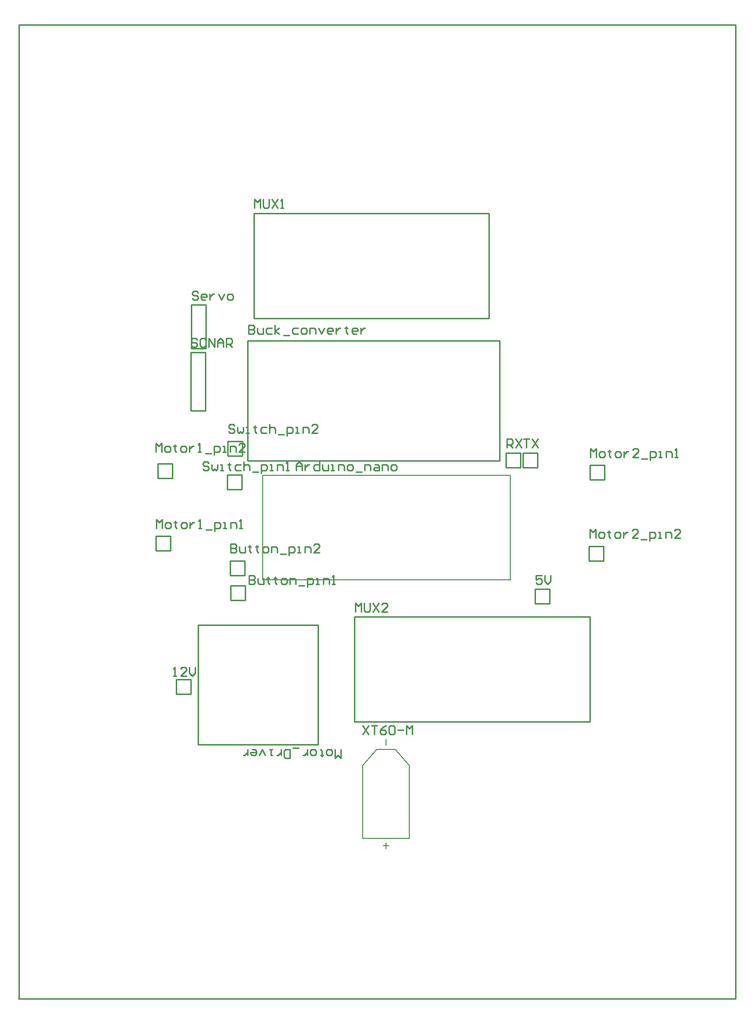
<source format=gto>
G04*
G04 #@! TF.GenerationSoftware,Altium Limited,Altium Designer,24.8.2 (39)*
G04*
G04 Layer_Color=65535*
%FSLAX44Y44*%
%MOMM*%
G71*
G04*
G04 #@! TF.SameCoordinates,A64931F2-2A1F-4A1D-9477-064251C997AC*
G04*
G04*
G04 #@! TF.FilePolarity,Positive*
G04*
G01*
G75*
%ADD10C,0.2540*%
%ADD11C,0.1270*%
D10*
X4301490Y342900D02*
Y739775D01*
X3051637Y342900D02*
X4301490D01*
X4301490Y2039620D02*
X4301490Y1571625D01*
X3051810Y2039620D02*
X4301490D01*
X3051810Y1860074D02*
Y2039620D01*
Y1598295D02*
Y1860074D01*
X3051637Y342900D02*
X3051810Y345441D01*
X3051810Y1598295D02*
X3051810Y345441D01*
X4301490Y1571625D02*
X4301490Y739775D01*
X3421380Y1037590D02*
Y1062990D01*
X3446780D01*
Y1037590D02*
Y1062990D01*
X3421380Y1037590D02*
X3446780D01*
X3294380Y1249680D02*
X3319780D01*
Y1275080D01*
X3294380D02*
X3319780D01*
X3294380Y1249680D02*
Y1275080D01*
X3415030Y1230630D02*
X3440430D01*
Y1256030D01*
X3415030D02*
X3440430D01*
X3415030Y1230630D02*
Y1256030D01*
X3326130Y873760D02*
Y899160D01*
Y873760D02*
X3351530D01*
Y899160D01*
X3326130D02*
X3351530D01*
X3637280Y825500D02*
X4047490D01*
Y1008380D01*
X3637280D02*
X4047490D01*
X3637280Y825500D02*
Y1008380D01*
X3451190Y1280160D02*
X3890610D01*
Y1489710D01*
X3451190D02*
X3890610D01*
X3451190Y1280160D02*
Y1489710D01*
X3364230Y786260D02*
Y994540D01*
X3573780D01*
Y786260D02*
Y994540D01*
X3364230Y786260D02*
X3573780D01*
X3461443Y1711611D02*
X3871653D01*
X3461443Y1528730D02*
Y1711611D01*
Y1528730D02*
X3871653D01*
Y1711611D01*
X3952240Y1056640D02*
X3977640D01*
Y1031240D02*
Y1056640D01*
X3952240Y1031240D02*
X3977640D01*
X3952240D02*
Y1056640D01*
X3416300Y1289050D02*
Y1314450D01*
X3441700D01*
Y1289050D02*
Y1314450D01*
X3416300Y1289050D02*
X3441700D01*
X3420110Y1080770D02*
Y1106170D01*
X3445510D01*
Y1080770D02*
Y1106170D01*
X3420110Y1080770D02*
X3445510D01*
X3290730Y1123396D02*
Y1148796D01*
X3316130D01*
Y1123396D02*
Y1148796D01*
X3290730Y1123396D02*
X3316130D01*
X4046220Y1106170D02*
Y1131570D01*
X4071620D01*
Y1106170D02*
Y1131570D01*
X4046220Y1106170D02*
X4071620D01*
X4047490Y1247140D02*
Y1272540D01*
X4072890D01*
Y1247140D02*
Y1272540D01*
X4047490Y1247140D02*
X4072890D01*
X3930650Y1294130D02*
X3956050D01*
Y1268730D02*
Y1294130D01*
X3930650Y1268730D02*
X3956050D01*
X3930650D02*
Y1294130D01*
X3901440D02*
X3926840D01*
Y1268730D02*
Y1294130D01*
X3901440Y1268730D02*
X3926840D01*
X3901440D02*
Y1294130D01*
X3352800Y1475740D02*
X3378200D01*
X3352800D02*
Y1551940D01*
X3378200D01*
Y1475740D02*
Y1551940D01*
X3376930Y1367790D02*
Y1469390D01*
X3351530Y1367790D02*
X3376930D01*
X3351530D02*
Y1469390D01*
X3376930D01*
X3321056Y905512D02*
X3326135D01*
X3323595D01*
Y920748D01*
X3321056Y918208D01*
X3343909Y905512D02*
X3333752D01*
X3343909Y915669D01*
Y918208D01*
X3341370Y920748D01*
X3336291D01*
X3333752Y918208D01*
X3348987Y920748D02*
Y910591D01*
X3354066Y905512D01*
X3359144Y910591D01*
Y920748D01*
X3963667Y1080765D02*
X3953510D01*
Y1073148D01*
X3958588Y1075687D01*
X3961128D01*
X3963667Y1073148D01*
Y1068069D01*
X3961128Y1065530D01*
X3956049D01*
X3953510Y1068069D01*
X3968745Y1080765D02*
Y1070608D01*
X3973824Y1065530D01*
X3978902Y1070608D01*
Y1080765D01*
X3638550Y1017270D02*
Y1032505D01*
X3643628Y1027427D01*
X3648707Y1032505D01*
Y1017270D01*
X3653785Y1032505D02*
Y1019809D01*
X3656324Y1017270D01*
X3661403D01*
X3663942Y1019809D01*
Y1032505D01*
X3669020D02*
X3679177Y1017270D01*
Y1032505D02*
X3669020Y1017270D01*
X3694412D02*
X3684255D01*
X3694412Y1027427D01*
Y1029966D01*
X3691873Y1032505D01*
X3686794D01*
X3684255Y1029966D01*
X3462782Y1720596D02*
Y1735831D01*
X3467860Y1730753D01*
X3472939Y1735831D01*
Y1720596D01*
X3478017Y1735831D02*
Y1723135D01*
X3480556Y1720596D01*
X3485634D01*
X3488174Y1723135D01*
Y1735831D01*
X3493252D02*
X3503409Y1720596D01*
Y1735831D02*
X3493252Y1720596D01*
X3508487D02*
X3513566D01*
X3511026D01*
Y1735831D01*
X3508487Y1733292D01*
X3427727Y1341116D02*
X3425187Y1343655D01*
X3420109D01*
X3417570Y1341116D01*
Y1338577D01*
X3420109Y1336037D01*
X3425187D01*
X3427727Y1333498D01*
Y1330959D01*
X3425187Y1328420D01*
X3420109D01*
X3417570Y1330959D01*
X3432805Y1338577D02*
Y1330959D01*
X3435344Y1328420D01*
X3437883Y1330959D01*
X3440423Y1328420D01*
X3442962Y1330959D01*
Y1338577D01*
X3448040Y1328420D02*
X3453119D01*
X3450579D01*
Y1338577D01*
X3448040D01*
X3463275Y1341116D02*
Y1338577D01*
X3460736D01*
X3465815D01*
X3463275D01*
Y1330959D01*
X3465815Y1328420D01*
X3483589Y1338577D02*
X3475971D01*
X3473432Y1336037D01*
Y1330959D01*
X3475971Y1328420D01*
X3483589D01*
X3488667Y1343655D02*
Y1328420D01*
Y1336037D01*
X3491206Y1338577D01*
X3496284D01*
X3498824Y1336037D01*
Y1328420D01*
X3503902Y1325881D02*
X3514059D01*
X3519137Y1323342D02*
Y1338577D01*
X3526755D01*
X3529294Y1336037D01*
Y1330959D01*
X3526755Y1328420D01*
X3519137D01*
X3534372D02*
X3539451D01*
X3536911D01*
Y1338577D01*
X3534372D01*
X3547068Y1328420D02*
Y1338577D01*
X3554686D01*
X3557225Y1336037D01*
Y1328420D01*
X3572460D02*
X3562303D01*
X3572460Y1338577D01*
Y1341116D01*
X3569921Y1343655D01*
X3564842D01*
X3562303Y1341116D01*
X3383301Y1276348D02*
X3380762Y1278887D01*
X3375683D01*
X3373144Y1276348D01*
Y1273808D01*
X3375683Y1271269D01*
X3380762D01*
X3383301Y1268730D01*
Y1266191D01*
X3380762Y1263652D01*
X3375683D01*
X3373144Y1266191D01*
X3388379Y1273808D02*
Y1266191D01*
X3390919Y1263652D01*
X3393458Y1266191D01*
X3395997Y1263652D01*
X3398536Y1266191D01*
Y1273808D01*
X3403615Y1263652D02*
X3408693D01*
X3406154D01*
Y1273808D01*
X3403615D01*
X3418849Y1276348D02*
Y1273808D01*
X3416310D01*
X3421389D01*
X3418849D01*
Y1266191D01*
X3421389Y1263652D01*
X3439163Y1273808D02*
X3431545D01*
X3429006Y1271269D01*
Y1266191D01*
X3431545Y1263652D01*
X3439163D01*
X3444241Y1278887D02*
Y1263652D01*
Y1271269D01*
X3446780Y1273808D01*
X3451859D01*
X3454398Y1271269D01*
Y1263652D01*
X3459476Y1261113D02*
X3469633D01*
X3474711Y1258573D02*
Y1273808D01*
X3482329D01*
X3484868Y1271269D01*
Y1266191D01*
X3482329Y1263652D01*
X3474711D01*
X3489947D02*
X3495025D01*
X3492486D01*
Y1273808D01*
X3489947D01*
X3502642Y1263652D02*
Y1273808D01*
X3510260D01*
X3512799Y1271269D01*
Y1263652D01*
X3517878D02*
X3522956D01*
X3520417D01*
Y1278887D01*
X3517878Y1276348D01*
X3421380Y1135375D02*
Y1120140D01*
X3428997D01*
X3431537Y1122679D01*
Y1125218D01*
X3428997Y1127757D01*
X3421380D01*
X3428997D01*
X3431537Y1130297D01*
Y1132836D01*
X3428997Y1135375D01*
X3421380D01*
X3436615Y1130297D02*
Y1122679D01*
X3439154Y1120140D01*
X3446772D01*
Y1130297D01*
X3454389Y1132836D02*
Y1130297D01*
X3451850D01*
X3456928D01*
X3454389D01*
Y1122679D01*
X3456928Y1120140D01*
X3467085Y1132836D02*
Y1130297D01*
X3464546D01*
X3469624D01*
X3467085D01*
Y1122679D01*
X3469624Y1120140D01*
X3479781D02*
X3484860D01*
X3487399Y1122679D01*
Y1127757D01*
X3484860Y1130297D01*
X3479781D01*
X3477242Y1127757D01*
Y1122679D01*
X3479781Y1120140D01*
X3492477D02*
Y1130297D01*
X3500095D01*
X3502634Y1127757D01*
Y1120140D01*
X3507712Y1117601D02*
X3517869D01*
X3522947Y1115062D02*
Y1130297D01*
X3530565D01*
X3533104Y1127757D01*
Y1122679D01*
X3530565Y1120140D01*
X3522947D01*
X3538182D02*
X3543260D01*
X3540721D01*
Y1130297D01*
X3538182D01*
X3550878Y1120140D02*
Y1130297D01*
X3558495D01*
X3561035Y1127757D01*
Y1120140D01*
X3576270D02*
X3566113D01*
X3576270Y1130297D01*
Y1132836D01*
X3573731Y1135375D01*
X3568652D01*
X3566113Y1132836D01*
X3453154Y1080767D02*
Y1065532D01*
X3460772D01*
X3463311Y1068071D01*
Y1070610D01*
X3460772Y1073149D01*
X3453154D01*
X3460772D01*
X3463311Y1075688D01*
Y1078227D01*
X3460772Y1080767D01*
X3453154D01*
X3468389Y1075688D02*
Y1068071D01*
X3470929Y1065532D01*
X3478546D01*
Y1075688D01*
X3486164Y1078227D02*
Y1075688D01*
X3483624D01*
X3488703D01*
X3486164D01*
Y1068071D01*
X3488703Y1065532D01*
X3498860Y1078227D02*
Y1075688D01*
X3496320D01*
X3501399D01*
X3498860D01*
Y1068071D01*
X3501399Y1065532D01*
X3511555D02*
X3516634D01*
X3519173Y1068071D01*
Y1073149D01*
X3516634Y1075688D01*
X3511555D01*
X3509016Y1073149D01*
Y1068071D01*
X3511555Y1065532D01*
X3524251D02*
Y1075688D01*
X3531869D01*
X3534408Y1073149D01*
Y1065532D01*
X3539486Y1062992D02*
X3549643D01*
X3554721Y1060453D02*
Y1075688D01*
X3562339D01*
X3564878Y1073149D01*
Y1068071D01*
X3562339Y1065532D01*
X3554721D01*
X3569956D02*
X3575035D01*
X3572496D01*
Y1075688D01*
X3569956D01*
X3582652Y1065532D02*
Y1075688D01*
X3590270D01*
X3592809Y1073149D01*
Y1065532D01*
X3597887D02*
X3602966D01*
X3600427D01*
Y1080767D01*
X3597887Y1078227D01*
X4047490Y1145540D02*
Y1160775D01*
X4052568Y1155697D01*
X4057647Y1160775D01*
Y1145540D01*
X4065264D02*
X4070343D01*
X4072882Y1148079D01*
Y1153158D01*
X4070343Y1155697D01*
X4065264D01*
X4062725Y1153158D01*
Y1148079D01*
X4065264Y1145540D01*
X4080499Y1158236D02*
Y1155697D01*
X4077960D01*
X4083039D01*
X4080499D01*
Y1148079D01*
X4083039Y1145540D01*
X4093195D02*
X4098274D01*
X4100813Y1148079D01*
Y1153158D01*
X4098274Y1155697D01*
X4093195D01*
X4090656Y1153158D01*
Y1148079D01*
X4093195Y1145540D01*
X4105891Y1155697D02*
Y1145540D01*
Y1150618D01*
X4108430Y1153158D01*
X4110970Y1155697D01*
X4113509D01*
X4131283Y1145540D02*
X4121126D01*
X4131283Y1155697D01*
Y1158236D01*
X4128744Y1160775D01*
X4123665D01*
X4121126Y1158236D01*
X4136361Y1143001D02*
X4146518D01*
X4151596Y1140462D02*
Y1155697D01*
X4159214D01*
X4161753Y1153158D01*
Y1148079D01*
X4159214Y1145540D01*
X4151596D01*
X4166831D02*
X4171910D01*
X4169371D01*
Y1155697D01*
X4166831D01*
X4179527Y1145540D02*
Y1155697D01*
X4187145D01*
X4189684Y1153158D01*
Y1145540D01*
X4204919D02*
X4194762D01*
X4204919Y1155697D01*
Y1158236D01*
X4202380Y1160775D01*
X4197302D01*
X4194762Y1158236D01*
X4048760Y1286510D02*
Y1301745D01*
X4053838Y1296667D01*
X4058917Y1301745D01*
Y1286510D01*
X4066534D02*
X4071613D01*
X4074152Y1289049D01*
Y1294128D01*
X4071613Y1296667D01*
X4066534D01*
X4063995Y1294128D01*
Y1289049D01*
X4066534Y1286510D01*
X4081769Y1299206D02*
Y1296667D01*
X4079230D01*
X4084308D01*
X4081769D01*
Y1289049D01*
X4084308Y1286510D01*
X4094465D02*
X4099543D01*
X4102083Y1289049D01*
Y1294128D01*
X4099543Y1296667D01*
X4094465D01*
X4091926Y1294128D01*
Y1289049D01*
X4094465Y1286510D01*
X4107161Y1296667D02*
Y1286510D01*
Y1291588D01*
X4109700Y1294128D01*
X4112239Y1296667D01*
X4114779D01*
X4132553Y1286510D02*
X4122396D01*
X4132553Y1296667D01*
Y1299206D01*
X4130014Y1301745D01*
X4124935D01*
X4122396Y1299206D01*
X4137631Y1283971D02*
X4147788D01*
X4152866Y1281432D02*
Y1296667D01*
X4160484D01*
X4163023Y1294128D01*
Y1289049D01*
X4160484Y1286510D01*
X4152866D01*
X4168102D02*
X4173180D01*
X4170641D01*
Y1296667D01*
X4168102D01*
X4180797Y1286510D02*
Y1296667D01*
X4188415D01*
X4190954Y1294128D01*
Y1286510D01*
X4196032D02*
X4201111D01*
X4198571D01*
Y1301745D01*
X4196032Y1299206D01*
X3290595Y1295402D02*
Y1310637D01*
X3295674Y1305558D01*
X3300752Y1310637D01*
Y1295402D01*
X3308369D02*
X3313448D01*
X3315987Y1297941D01*
Y1303019D01*
X3313448Y1305558D01*
X3308369D01*
X3305830Y1303019D01*
Y1297941D01*
X3308369Y1295402D01*
X3323604Y1308098D02*
Y1305558D01*
X3321065D01*
X3326143D01*
X3323604D01*
Y1297941D01*
X3326143Y1295402D01*
X3336300D02*
X3341378D01*
X3343918Y1297941D01*
Y1303019D01*
X3341378Y1305558D01*
X3336300D01*
X3333761Y1303019D01*
Y1297941D01*
X3336300Y1295402D01*
X3348996Y1305558D02*
Y1295402D01*
Y1300480D01*
X3351535Y1303019D01*
X3354074Y1305558D01*
X3356614D01*
X3364231Y1295402D02*
X3369310D01*
X3366770D01*
Y1310637D01*
X3364231Y1308098D01*
X3376927Y1292863D02*
X3387084D01*
X3392162Y1290323D02*
Y1305558D01*
X3399780D01*
X3402319Y1303019D01*
Y1297941D01*
X3399780Y1295402D01*
X3392162D01*
X3407397D02*
X3412476D01*
X3409937D01*
Y1305558D01*
X3407397D01*
X3420093Y1295402D02*
Y1305558D01*
X3427711D01*
X3430250Y1303019D01*
Y1295402D01*
X3445485D02*
X3435328D01*
X3445485Y1305558D01*
Y1308098D01*
X3442946Y1310637D01*
X3437867D01*
X3435328Y1308098D01*
X3292094Y1162812D02*
Y1178047D01*
X3297172Y1172969D01*
X3302251Y1178047D01*
Y1162812D01*
X3309868D02*
X3314947D01*
X3317486Y1165351D01*
Y1170430D01*
X3314947Y1172969D01*
X3309868D01*
X3307329Y1170430D01*
Y1165351D01*
X3309868Y1162812D01*
X3325103Y1175508D02*
Y1172969D01*
X3322564D01*
X3327643D01*
X3325103D01*
Y1165351D01*
X3327643Y1162812D01*
X3337799D02*
X3342878D01*
X3345417Y1165351D01*
Y1170430D01*
X3342878Y1172969D01*
X3337799D01*
X3335260Y1170430D01*
Y1165351D01*
X3337799Y1162812D01*
X3350495Y1172969D02*
Y1162812D01*
Y1167890D01*
X3353034Y1170430D01*
X3355573Y1172969D01*
X3358112D01*
X3365730Y1162812D02*
X3370808D01*
X3368269D01*
Y1178047D01*
X3365730Y1175508D01*
X3378426Y1160273D02*
X3388583D01*
X3393661Y1157734D02*
Y1172969D01*
X3401279D01*
X3403818Y1170430D01*
Y1165351D01*
X3401279Y1162812D01*
X3393661D01*
X3408896D02*
X3413975D01*
X3411436D01*
Y1172969D01*
X3408896D01*
X3421592Y1162812D02*
Y1172969D01*
X3429210D01*
X3431749Y1170430D01*
Y1162812D01*
X3436827D02*
X3441906D01*
X3439366D01*
Y1178047D01*
X3436827Y1175508D01*
X3931920Y1318255D02*
X3942077D01*
X3936998D01*
Y1303020D01*
X3947155Y1318255D02*
X3957312Y1303020D01*
Y1318255D02*
X3947155Y1303020D01*
X3902710D02*
Y1318255D01*
X3910327D01*
X3912867Y1315716D01*
Y1310638D01*
X3910327Y1308098D01*
X3902710D01*
X3907788D02*
X3912867Y1303020D01*
X3917945Y1318255D02*
X3928102Y1303020D01*
Y1318255D02*
X3917945Y1303020D01*
X3535708Y1263652D02*
Y1273809D01*
X3540787Y1278887D01*
X3545865Y1273809D01*
Y1263652D01*
Y1271270D01*
X3535708D01*
X3550943Y1273809D02*
Y1263652D01*
Y1268730D01*
X3553483Y1271270D01*
X3556022Y1273809D01*
X3558561D01*
X3576335Y1278887D02*
Y1263652D01*
X3568718D01*
X3566179Y1266191D01*
Y1271270D01*
X3568718Y1273809D01*
X3576335D01*
X3581414D02*
Y1266191D01*
X3583953Y1263652D01*
X3591570D01*
Y1273809D01*
X3596649Y1263652D02*
X3601727D01*
X3599188D01*
Y1273809D01*
X3596649D01*
X3609344Y1263652D02*
Y1273809D01*
X3616962D01*
X3619501Y1271270D01*
Y1263652D01*
X3627119D02*
X3632197D01*
X3634736Y1266191D01*
Y1271270D01*
X3632197Y1273809D01*
X3627119D01*
X3624579Y1271270D01*
Y1266191D01*
X3627119Y1263652D01*
X3639815Y1261113D02*
X3649971D01*
X3655050Y1263652D02*
Y1273809D01*
X3662667D01*
X3665207Y1271270D01*
Y1263652D01*
X3672824Y1273809D02*
X3677902D01*
X3680442Y1271270D01*
Y1263652D01*
X3672824D01*
X3670285Y1266191D01*
X3672824Y1268730D01*
X3680442D01*
X3685520Y1263652D02*
Y1273809D01*
X3693138D01*
X3695677Y1271270D01*
Y1263652D01*
X3703294D02*
X3708372D01*
X3710912Y1266191D01*
Y1271270D01*
X3708372Y1273809D01*
X3703294D01*
X3700755Y1271270D01*
Y1266191D01*
X3703294Y1263652D01*
X3364227Y1573526D02*
X3361688Y1576065D01*
X3356609D01*
X3354070Y1573526D01*
Y1570987D01*
X3356609Y1568448D01*
X3361688D01*
X3364227Y1565908D01*
Y1563369D01*
X3361688Y1560830D01*
X3356609D01*
X3354070Y1563369D01*
X3376923Y1560830D02*
X3371844D01*
X3369305Y1563369D01*
Y1568448D01*
X3371844Y1570987D01*
X3376923D01*
X3379462Y1568448D01*
Y1565908D01*
X3369305D01*
X3384540Y1570987D02*
Y1560830D01*
Y1565908D01*
X3387079Y1568448D01*
X3389619Y1570987D01*
X3392158D01*
X3399775D02*
X3404854Y1560830D01*
X3409932Y1570987D01*
X3417549Y1560830D02*
X3422628D01*
X3425167Y1563369D01*
Y1568448D01*
X3422628Y1570987D01*
X3417549D01*
X3415010Y1568448D01*
Y1563369D01*
X3417549Y1560830D01*
X3362957Y1490976D02*
X3360417Y1493515D01*
X3355339D01*
X3352800Y1490976D01*
Y1488437D01*
X3355339Y1485898D01*
X3360417D01*
X3362957Y1483358D01*
Y1480819D01*
X3360417Y1478280D01*
X3355339D01*
X3352800Y1480819D01*
X3375652Y1493515D02*
X3370574D01*
X3368035Y1490976D01*
Y1480819D01*
X3370574Y1478280D01*
X3375652D01*
X3378192Y1480819D01*
Y1490976D01*
X3375652Y1493515D01*
X3383270Y1478280D02*
Y1493515D01*
X3393427Y1478280D01*
Y1493515D01*
X3398505Y1478280D02*
Y1488437D01*
X3403584Y1493515D01*
X3408662Y1488437D01*
Y1478280D01*
Y1485898D01*
X3398505D01*
X3413740Y1478280D02*
Y1493515D01*
X3421358D01*
X3423897Y1490976D01*
Y1485898D01*
X3421358Y1483358D01*
X3413740D01*
X3418819D02*
X3423897Y1478280D01*
X3613123Y777368D02*
Y762133D01*
X3608044Y767211D01*
X3602966Y762133D01*
Y777368D01*
X3595348D02*
X3590270D01*
X3587731Y774829D01*
Y769750D01*
X3590270Y767211D01*
X3595348D01*
X3597887Y769750D01*
Y774829D01*
X3595348Y777368D01*
X3580113Y764672D02*
Y767211D01*
X3582652D01*
X3577574D01*
X3580113D01*
Y774829D01*
X3577574Y777368D01*
X3567417D02*
X3562339D01*
X3559800Y774829D01*
Y769750D01*
X3562339Y767211D01*
X3567417D01*
X3569956Y769750D01*
Y774829D01*
X3567417Y777368D01*
X3554721Y767211D02*
Y777368D01*
Y772290D01*
X3552182Y769750D01*
X3549643Y767211D01*
X3547104D01*
X3539486Y779907D02*
X3529330D01*
X3524251Y762133D02*
Y777368D01*
X3516634D01*
X3514095Y774829D01*
Y764672D01*
X3516634Y762133D01*
X3524251D01*
X3509016Y767211D02*
Y777368D01*
Y772290D01*
X3506477Y769750D01*
X3503938Y767211D01*
X3501399D01*
X3493781Y777368D02*
X3488703D01*
X3491242D01*
Y767211D01*
X3493781D01*
X3481085D02*
X3476007Y777368D01*
X3470929Y767211D01*
X3458233Y777368D02*
X3463311D01*
X3465850Y774829D01*
Y769750D01*
X3463311Y767211D01*
X3458233D01*
X3455693Y769750D01*
Y772290D01*
X3465850D01*
X3450615Y767211D02*
Y777368D01*
Y772290D01*
X3448076Y769750D01*
X3445537Y767211D01*
X3442997D01*
X3452368Y1516375D02*
Y1501140D01*
X3459985D01*
X3462525Y1503679D01*
Y1506218D01*
X3459985Y1508757D01*
X3452368D01*
X3459985D01*
X3462525Y1511297D01*
Y1513836D01*
X3459985Y1516375D01*
X3452368D01*
X3467603Y1511297D02*
Y1503679D01*
X3470142Y1501140D01*
X3477760D01*
Y1511297D01*
X3492995D02*
X3485377D01*
X3482838Y1508757D01*
Y1503679D01*
X3485377Y1501140D01*
X3492995D01*
X3498073D02*
Y1516375D01*
Y1506218D02*
X3505691Y1511297D01*
X3498073Y1506218D02*
X3505691Y1501140D01*
X3513308Y1498601D02*
X3523465D01*
X3538700Y1511297D02*
X3531082D01*
X3528543Y1508757D01*
Y1503679D01*
X3531082Y1501140D01*
X3538700D01*
X3546318D02*
X3551396D01*
X3553935Y1503679D01*
Y1508757D01*
X3551396Y1511297D01*
X3546318D01*
X3543778Y1508757D01*
Y1503679D01*
X3546318Y1501140D01*
X3559013D02*
Y1511297D01*
X3566631D01*
X3569170Y1508757D01*
Y1501140D01*
X3574249Y1511297D02*
X3579327Y1501140D01*
X3584405Y1511297D01*
X3597101Y1501140D02*
X3592023D01*
X3589484Y1503679D01*
Y1508757D01*
X3592023Y1511297D01*
X3597101D01*
X3599641Y1508757D01*
Y1506218D01*
X3589484D01*
X3604719Y1511297D02*
Y1501140D01*
Y1506218D01*
X3607258Y1508757D01*
X3609797Y1511297D01*
X3612336D01*
X3622493Y1513836D02*
Y1511297D01*
X3619954D01*
X3625032D01*
X3622493D01*
Y1503679D01*
X3625032Y1501140D01*
X3640267D02*
X3635189D01*
X3632650Y1503679D01*
Y1508757D01*
X3635189Y1511297D01*
X3640267D01*
X3642806Y1508757D01*
Y1506218D01*
X3632650D01*
X3647885Y1511297D02*
Y1501140D01*
Y1506218D01*
X3650424Y1508757D01*
X3652963Y1511297D01*
X3655502D01*
X3651250Y818637D02*
X3661407Y803402D01*
Y818637D02*
X3651250Y803402D01*
X3666485Y818637D02*
X3676642D01*
X3671563D01*
Y803402D01*
X3691877Y818637D02*
X3686798Y816098D01*
X3681720Y811020D01*
Y805941D01*
X3684259Y803402D01*
X3689338D01*
X3691877Y805941D01*
Y808480D01*
X3689338Y811020D01*
X3681720D01*
X3696955Y816098D02*
X3699494Y818637D01*
X3704573D01*
X3707112Y816098D01*
Y805941D01*
X3704573Y803402D01*
X3699494D01*
X3696955Y805941D01*
Y816098D01*
X3712190Y811020D02*
X3722347D01*
X3727426Y803402D02*
Y818637D01*
X3732504Y813559D01*
X3737582Y818637D01*
Y803402D01*
D11*
X3477160Y1254760D02*
X3909160D01*
X3477160Y1073150D02*
Y1254760D01*
Y1073150D02*
X3909160D01*
Y1254760D01*
X3651390Y622710D02*
Y749710D01*
X3675890Y777710D02*
X3707890D01*
X3732390Y622710D02*
Y749710D01*
X3651390Y622710D02*
X3732390D01*
X3691890Y605210D02*
Y615210D01*
X3686890Y610210D02*
X3696890D01*
X3651390Y749710D02*
X3675890Y777710D01*
X3707890D02*
X3732390Y749710D01*
X3691890Y785210D02*
Y795210D01*
M02*

</source>
